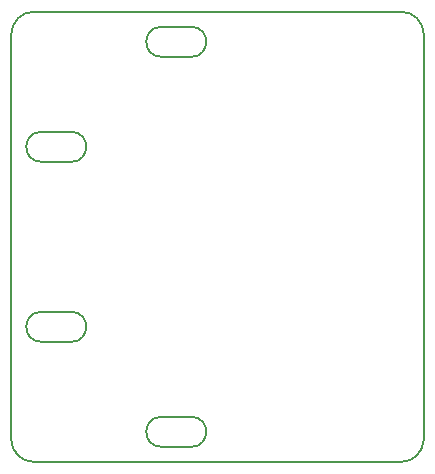
<source format=gm1>
G04 #@! TF.GenerationSoftware,KiCad,Pcbnew,(5.1.2-1)-1*
G04 #@! TF.CreationDate,2019-09-12T01:02:42-04:00*
G04 #@! TF.ProjectId,mouserial-keymouse,6d6f7573-6572-4696-916c-2d6b65796d6f,rev?*
G04 #@! TF.SameCoordinates,Original*
G04 #@! TF.FileFunction,Profile,NP*
%FSLAX46Y46*%
G04 Gerber Fmt 4.6, Leading zero omitted, Abs format (unit mm)*
G04 Created by KiCad (PCBNEW (5.1.2-1)-1) date 2019-09-12 01:02:42*
%MOMM*%
%LPD*%
G04 APERTURE LIST*
%ADD10C,0.150000*%
G04 APERTURE END LIST*
D10*
X156845000Y-99695000D02*
X159385000Y-99695000D01*
X159385000Y-102235000D02*
X156845000Y-102235000D01*
X156845000Y-102235000D02*
G75*
G02X156845000Y-99695000I0J1270000D01*
G01*
X159385000Y-99695000D02*
G75*
G02X159385000Y-102235000I0J-1270000D01*
G01*
X156845000Y-66675000D02*
X159385000Y-66675000D01*
X159385000Y-69215000D02*
X156845000Y-69215000D01*
X156845000Y-69215000D02*
G75*
G02X156845000Y-66675000I0J1270000D01*
G01*
X159385000Y-66675000D02*
G75*
G02X159385000Y-69215000I0J-1270000D01*
G01*
X149225000Y-93345000D02*
X146685000Y-93345000D01*
X146685000Y-93345000D02*
G75*
G02X146685000Y-90805000I0J1270000D01*
G01*
X149225000Y-90805000D02*
G75*
G02X149225000Y-93345000I0J-1270000D01*
G01*
X146685000Y-90805000D02*
X149225000Y-90805000D01*
X146685000Y-75565000D02*
X149225000Y-75565000D01*
X149225000Y-75565000D02*
G75*
G02X149225000Y-78105000I0J-1270000D01*
G01*
X149225000Y-78105000D02*
X146685000Y-78105000D01*
X146685000Y-78105000D02*
G75*
G02X146685000Y-75565000I0J1270000D01*
G01*
X146050000Y-103505000D02*
G75*
G02X144145000Y-101600000I0J1905000D01*
G01*
X179070000Y-101600000D02*
G75*
G02X177165000Y-103505000I-1905000J0D01*
G01*
X177165000Y-65405000D02*
G75*
G02X179070000Y-67310000I0J-1905000D01*
G01*
X144145000Y-67310000D02*
G75*
G02X146050000Y-65405000I1905000J0D01*
G01*
X146050000Y-103505000D02*
X177165000Y-103505000D01*
X179070000Y-101600000D02*
X179070000Y-67310000D01*
X144145000Y-67310000D02*
X144145000Y-101600000D01*
X177165000Y-65405000D02*
X146050000Y-65405000D01*
M02*

</source>
